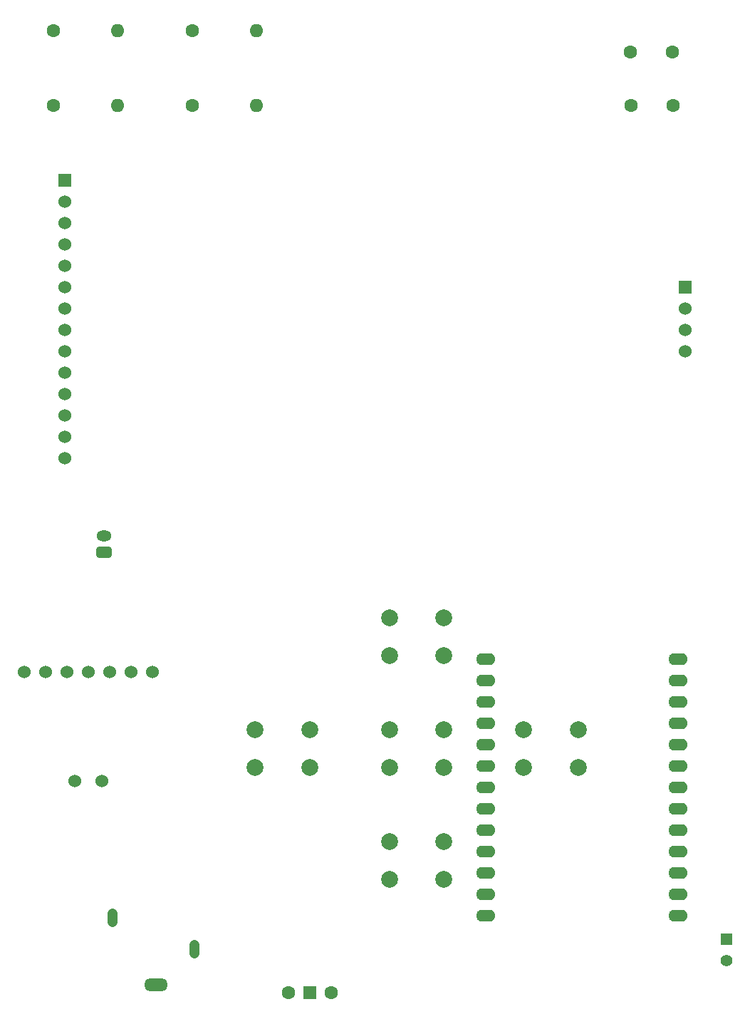
<source format=gbr>
%TF.GenerationSoftware,KiCad,Pcbnew,8.0.3*%
%TF.CreationDate,2024-08-23T11:34:52-06:00*%
%TF.ProjectId,MP3,4d50332e-6b69-4636-9164-5f7063625858,rev?*%
%TF.SameCoordinates,Original*%
%TF.FileFunction,Soldermask,Bot*%
%TF.FilePolarity,Negative*%
%FSLAX46Y46*%
G04 Gerber Fmt 4.6, Leading zero omitted, Abs format (unit mm)*
G04 Created by KiCad (PCBNEW 8.0.3) date 2024-08-23 11:34:52*
%MOMM*%
%LPD*%
G01*
G04 APERTURE LIST*
G04 Aperture macros list*
%AMRoundRect*
0 Rectangle with rounded corners*
0 $1 Rounding radius*
0 $2 $3 $4 $5 $6 $7 $8 $9 X,Y pos of 4 corners*
0 Add a 4 corners polygon primitive as box body*
4,1,4,$2,$3,$4,$5,$6,$7,$8,$9,$2,$3,0*
0 Add four circle primitives for the rounded corners*
1,1,$1+$1,$2,$3*
1,1,$1+$1,$4,$5*
1,1,$1+$1,$6,$7*
1,1,$1+$1,$8,$9*
0 Add four rect primitives between the rounded corners*
20,1,$1+$1,$2,$3,$4,$5,0*
20,1,$1+$1,$4,$5,$6,$7,0*
20,1,$1+$1,$6,$7,$8,$9,0*
20,1,$1+$1,$8,$9,$2,$3,0*%
G04 Aperture macros list end*
%ADD10C,1.600000*%
%ADD11O,1.600000X1.600000*%
%ADD12O,2.820000X1.512000*%
%ADD13O,1.212000X2.220000*%
%ADD14C,1.524000*%
%ADD15R,1.524000X1.524000*%
%ADD16C,2.000000*%
%ADD17R,1.500000X1.500000*%
%ADD18O,2.286000X1.400000*%
%ADD19RoundRect,0.270833X0.629167X-0.379167X0.629167X0.379167X-0.629167X0.379167X-0.629167X-0.379167X0*%
%ADD20O,1.800000X1.300000*%
%ADD21C,1.400000*%
%ADD22R,1.400000X1.400000*%
G04 APERTURE END LIST*
D10*
%TO.C,R3*%
X111150000Y-41143300D03*
D11*
X118770000Y-41143300D03*
%TD*%
D10*
%TO.C,R4*%
X127660000Y-41143300D03*
D11*
X135280000Y-41143300D03*
%TD*%
D12*
%TO.C,3.5mm*%
X123340000Y-145563300D03*
D13*
X118140000Y-137663300D03*
X127940000Y-141363300D03*
%TD*%
D10*
%TO.C,R1*%
X111150000Y-32253300D03*
D11*
X118770000Y-32253300D03*
%TD*%
D14*
%TO.C,REF\u002A\u002A*%
X112489996Y-55109073D03*
X112489996Y-60189073D03*
X112489996Y-52569073D03*
X112489996Y-67809073D03*
X112489998Y-57651187D03*
X112489996Y-65269073D03*
X112489996Y-62729073D03*
X112489996Y-70349073D03*
D15*
X186210000Y-62706187D03*
D14*
X186210000Y-67786187D03*
X186210000Y-65246187D03*
X186210000Y-70326187D03*
X112489996Y-72889073D03*
X112489996Y-75429073D03*
X112489996Y-77969073D03*
X112489998Y-80501187D03*
X112489998Y-83051187D03*
D15*
X112489998Y-50026187D03*
%TD*%
D16*
%TO.C,SW2*%
X135125000Y-115268300D03*
X141625000Y-115268300D03*
X135125000Y-119768300D03*
X141625000Y-119768300D03*
%TD*%
%TO.C,SW4*%
X167035000Y-115268300D03*
X173535000Y-115268300D03*
X167035000Y-119768300D03*
X173535000Y-119768300D03*
%TD*%
D17*
%TO.C,SW6*%
X141630000Y-146553300D03*
D10*
X139090000Y-146553300D03*
X144170000Y-146553300D03*
%TD*%
%TO.C,C1*%
X179730000Y-34793300D03*
X184730000Y-34793300D03*
%TD*%
%TO.C,R2*%
X127660000Y-32253300D03*
D11*
X135280000Y-32253300D03*
%TD*%
D10*
%TO.C,C2*%
X179810000Y-41143300D03*
X184810000Y-41143300D03*
%TD*%
D16*
%TO.C,SW3*%
X151080000Y-115268300D03*
X157580000Y-115268300D03*
X151080000Y-119768300D03*
X157580000Y-119768300D03*
%TD*%
%TO.C,SW1*%
X151080000Y-101963300D03*
X157580000Y-101963300D03*
X151080000Y-106463300D03*
X157580000Y-106463300D03*
%TD*%
%TO.C,SW5*%
X151080000Y-128573300D03*
X157580000Y-128573300D03*
X151080000Y-133073300D03*
X157580000Y-133073300D03*
%TD*%
D18*
%TO.C,U1*%
X162548123Y-129783800D03*
X162548123Y-132323800D03*
X162548123Y-106923800D03*
X162548123Y-127243800D03*
X162548123Y-119623800D03*
X185408123Y-134863800D03*
X162548123Y-137403800D03*
X185408123Y-132323800D03*
X162548123Y-134863800D03*
X162548123Y-124703800D03*
X162548123Y-122163800D03*
X162548123Y-117083800D03*
X162548123Y-112003800D03*
X162548123Y-109463800D03*
X162548123Y-114543800D03*
X185408123Y-124703800D03*
X185408123Y-127243800D03*
X185408123Y-129783800D03*
X185408123Y-119623800D03*
X185408123Y-122163800D03*
X185408123Y-114543800D03*
X185408123Y-117083800D03*
X185408123Y-112003800D03*
X185408123Y-137403800D03*
X185408123Y-109463800D03*
X185408123Y-106923800D03*
%TD*%
D14*
%TO.C,MAX98357*%
X116885000Y-121373300D03*
X113710000Y-121373300D03*
X110217500Y-108419300D03*
X112757500Y-108419300D03*
X115297500Y-108419300D03*
X120377500Y-108419300D03*
X107677500Y-108419300D03*
X117837500Y-108419300D03*
X122917500Y-108419300D03*
%TD*%
D19*
%TO.C,BT1*%
X117190000Y-94243300D03*
D20*
X117190000Y-92243300D03*
%TD*%
D21*
%TO.C,PW1*%
X191160000Y-142743300D03*
D22*
X191160000Y-140203300D03*
%TD*%
M02*

</source>
